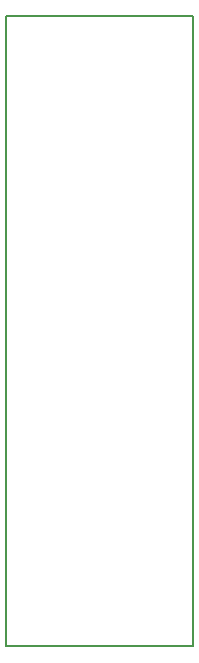
<source format=gm1>
G04 #@! TF.FileFunction,Profile,NP*
%FSLAX46Y46*%
G04 Gerber Fmt 4.6, Leading zero omitted, Abs format (unit mm)*
G04 Created by KiCad (PCBNEW 4.0.1-3.201512221402+6198~38~ubuntu15.04.1-stable) date Tue 02 Feb 2016 08:53:14 AM EST*
%MOMM*%
G01*
G04 APERTURE LIST*
%ADD10C,0.100000*%
%ADD11C,0.150000*%
G04 APERTURE END LIST*
D10*
D11*
X111125000Y-76200000D02*
X127000000Y-76200000D01*
X127000000Y-129540000D02*
X127000000Y-76200000D01*
X111125000Y-129540000D02*
X127000000Y-129540000D01*
X111125000Y-76200000D02*
X111125000Y-129540000D01*
M02*

</source>
